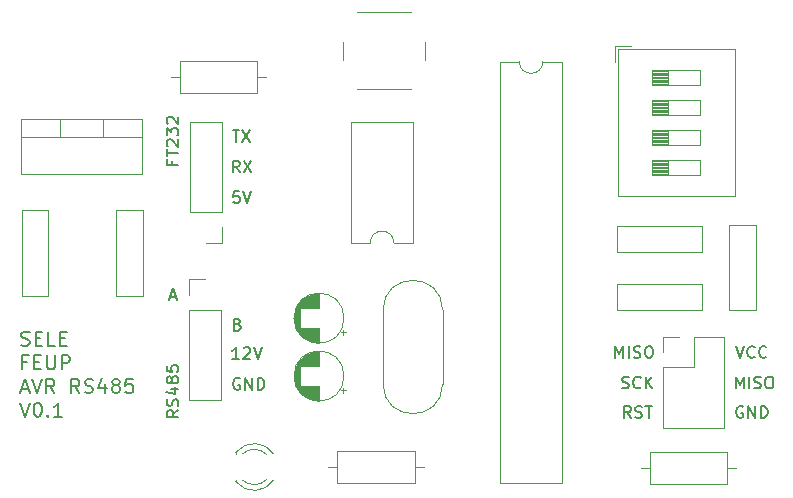
<source format=gbr>
G04 #@! TF.GenerationSoftware,KiCad,Pcbnew,(5.1.4-0-10_14)*
G04 #@! TF.CreationDate,2019-11-17T16:04:33+00:00*
G04 #@! TF.ProjectId,SELE_ACS,53454c45-5f41-4435-932e-6b696361645f,rev?*
G04 #@! TF.SameCoordinates,Original*
G04 #@! TF.FileFunction,Legend,Top*
G04 #@! TF.FilePolarity,Positive*
%FSLAX46Y46*%
G04 Gerber Fmt 4.6, Leading zero omitted, Abs format (unit mm)*
G04 Created by KiCad (PCBNEW (5.1.4-0-10_14)) date 2019-11-17 16:04:33*
%MOMM*%
%LPD*%
G04 APERTURE LIST*
%ADD10C,0.200000*%
%ADD11C,0.120000*%
G04 APERTURE END LIST*
D10*
X132152380Y-101452380D02*
X131819047Y-100976190D01*
X131580952Y-101452380D02*
X131580952Y-100452380D01*
X131961904Y-100452380D01*
X132057142Y-100500000D01*
X132104761Y-100547619D01*
X132152380Y-100642857D01*
X132152380Y-100785714D01*
X132104761Y-100880952D01*
X132057142Y-100928571D01*
X131961904Y-100976190D01*
X131580952Y-100976190D01*
X132533333Y-101404761D02*
X132676190Y-101452380D01*
X132914285Y-101452380D01*
X133009523Y-101404761D01*
X133057142Y-101357142D01*
X133104761Y-101261904D01*
X133104761Y-101166666D01*
X133057142Y-101071428D01*
X133009523Y-101023809D01*
X132914285Y-100976190D01*
X132723809Y-100928571D01*
X132628571Y-100880952D01*
X132580952Y-100833333D01*
X132533333Y-100738095D01*
X132533333Y-100642857D01*
X132580952Y-100547619D01*
X132628571Y-100500000D01*
X132723809Y-100452380D01*
X132961904Y-100452380D01*
X133104761Y-100500000D01*
X133390476Y-100452380D02*
X133961904Y-100452380D01*
X133676190Y-101452380D02*
X133676190Y-100452380D01*
X141638095Y-100500000D02*
X141542857Y-100452380D01*
X141400000Y-100452380D01*
X141257142Y-100500000D01*
X141161904Y-100595238D01*
X141114285Y-100690476D01*
X141066666Y-100880952D01*
X141066666Y-101023809D01*
X141114285Y-101214285D01*
X141161904Y-101309523D01*
X141257142Y-101404761D01*
X141400000Y-101452380D01*
X141495238Y-101452380D01*
X141638095Y-101404761D01*
X141685714Y-101357142D01*
X141685714Y-101023809D01*
X141495238Y-101023809D01*
X142114285Y-101452380D02*
X142114285Y-100452380D01*
X142685714Y-101452380D01*
X142685714Y-100452380D01*
X143161904Y-101452380D02*
X143161904Y-100452380D01*
X143400000Y-100452380D01*
X143542857Y-100500000D01*
X143638095Y-100595238D01*
X143685714Y-100690476D01*
X143733333Y-100880952D01*
X143733333Y-101023809D01*
X143685714Y-101214285D01*
X143638095Y-101309523D01*
X143542857Y-101404761D01*
X143400000Y-101452380D01*
X143161904Y-101452380D01*
X141066666Y-95352380D02*
X141400000Y-96352380D01*
X141733333Y-95352380D01*
X142638095Y-96257142D02*
X142590476Y-96304761D01*
X142447619Y-96352380D01*
X142352380Y-96352380D01*
X142209523Y-96304761D01*
X142114285Y-96209523D01*
X142066666Y-96114285D01*
X142019047Y-95923809D01*
X142019047Y-95780952D01*
X142066666Y-95590476D01*
X142114285Y-95495238D01*
X142209523Y-95400000D01*
X142352380Y-95352380D01*
X142447619Y-95352380D01*
X142590476Y-95400000D01*
X142638095Y-95447619D01*
X143638095Y-96257142D02*
X143590476Y-96304761D01*
X143447619Y-96352380D01*
X143352380Y-96352380D01*
X143209523Y-96304761D01*
X143114285Y-96209523D01*
X143066666Y-96114285D01*
X143019047Y-95923809D01*
X143019047Y-95780952D01*
X143066666Y-95590476D01*
X143114285Y-95495238D01*
X143209523Y-95400000D01*
X143352380Y-95352380D01*
X143447619Y-95352380D01*
X143590476Y-95400000D01*
X143638095Y-95447619D01*
X141028571Y-98952380D02*
X141028571Y-97952380D01*
X141361904Y-98666666D01*
X141695238Y-97952380D01*
X141695238Y-98952380D01*
X142171428Y-98952380D02*
X142171428Y-97952380D01*
X142600000Y-98904761D02*
X142742857Y-98952380D01*
X142980952Y-98952380D01*
X143076190Y-98904761D01*
X143123809Y-98857142D01*
X143171428Y-98761904D01*
X143171428Y-98666666D01*
X143123809Y-98571428D01*
X143076190Y-98523809D01*
X142980952Y-98476190D01*
X142790476Y-98428571D01*
X142695238Y-98380952D01*
X142647619Y-98333333D01*
X142600000Y-98238095D01*
X142600000Y-98142857D01*
X142647619Y-98047619D01*
X142695238Y-98000000D01*
X142790476Y-97952380D01*
X143028571Y-97952380D01*
X143171428Y-98000000D01*
X143790476Y-97952380D02*
X143980952Y-97952380D01*
X144076190Y-98000000D01*
X144171428Y-98095238D01*
X144219047Y-98285714D01*
X144219047Y-98619047D01*
X144171428Y-98809523D01*
X144076190Y-98904761D01*
X143980952Y-98952380D01*
X143790476Y-98952380D01*
X143695238Y-98904761D01*
X143600000Y-98809523D01*
X143552380Y-98619047D01*
X143552380Y-98285714D01*
X143600000Y-98095238D01*
X143695238Y-98000000D01*
X143790476Y-97952380D01*
X131414285Y-98904761D02*
X131557142Y-98952380D01*
X131795238Y-98952380D01*
X131890476Y-98904761D01*
X131938095Y-98857142D01*
X131985714Y-98761904D01*
X131985714Y-98666666D01*
X131938095Y-98571428D01*
X131890476Y-98523809D01*
X131795238Y-98476190D01*
X131604761Y-98428571D01*
X131509523Y-98380952D01*
X131461904Y-98333333D01*
X131414285Y-98238095D01*
X131414285Y-98142857D01*
X131461904Y-98047619D01*
X131509523Y-98000000D01*
X131604761Y-97952380D01*
X131842857Y-97952380D01*
X131985714Y-98000000D01*
X132985714Y-98857142D02*
X132938095Y-98904761D01*
X132795238Y-98952380D01*
X132700000Y-98952380D01*
X132557142Y-98904761D01*
X132461904Y-98809523D01*
X132414285Y-98714285D01*
X132366666Y-98523809D01*
X132366666Y-98380952D01*
X132414285Y-98190476D01*
X132461904Y-98095238D01*
X132557142Y-98000000D01*
X132700000Y-97952380D01*
X132795238Y-97952380D01*
X132938095Y-98000000D01*
X132985714Y-98047619D01*
X133414285Y-98952380D02*
X133414285Y-97952380D01*
X133985714Y-98952380D02*
X133557142Y-98380952D01*
X133985714Y-97952380D02*
X133414285Y-98523809D01*
X130828571Y-96352380D02*
X130828571Y-95352380D01*
X131161904Y-96066666D01*
X131495238Y-95352380D01*
X131495238Y-96352380D01*
X131971428Y-96352380D02*
X131971428Y-95352380D01*
X132400000Y-96304761D02*
X132542857Y-96352380D01*
X132780952Y-96352380D01*
X132876190Y-96304761D01*
X132923809Y-96257142D01*
X132971428Y-96161904D01*
X132971428Y-96066666D01*
X132923809Y-95971428D01*
X132876190Y-95923809D01*
X132780952Y-95876190D01*
X132590476Y-95828571D01*
X132495238Y-95780952D01*
X132447619Y-95733333D01*
X132400000Y-95638095D01*
X132400000Y-95542857D01*
X132447619Y-95447619D01*
X132495238Y-95400000D01*
X132590476Y-95352380D01*
X132828571Y-95352380D01*
X132971428Y-95400000D01*
X133590476Y-95352380D02*
X133780952Y-95352380D01*
X133876190Y-95400000D01*
X133971428Y-95495238D01*
X134019047Y-95685714D01*
X134019047Y-96019047D01*
X133971428Y-96209523D01*
X133876190Y-96304761D01*
X133780952Y-96352380D01*
X133590476Y-96352380D01*
X133495238Y-96304761D01*
X133400000Y-96209523D01*
X133352380Y-96019047D01*
X133352380Y-95685714D01*
X133400000Y-95495238D01*
X133495238Y-95400000D01*
X133590476Y-95352380D01*
X93852380Y-100795238D02*
X93376190Y-101128571D01*
X93852380Y-101366666D02*
X92852380Y-101366666D01*
X92852380Y-100985714D01*
X92900000Y-100890476D01*
X92947619Y-100842857D01*
X93042857Y-100795238D01*
X93185714Y-100795238D01*
X93280952Y-100842857D01*
X93328571Y-100890476D01*
X93376190Y-100985714D01*
X93376190Y-101366666D01*
X93804761Y-100414285D02*
X93852380Y-100271428D01*
X93852380Y-100033333D01*
X93804761Y-99938095D01*
X93757142Y-99890476D01*
X93661904Y-99842857D01*
X93566666Y-99842857D01*
X93471428Y-99890476D01*
X93423809Y-99938095D01*
X93376190Y-100033333D01*
X93328571Y-100223809D01*
X93280952Y-100319047D01*
X93233333Y-100366666D01*
X93138095Y-100414285D01*
X93042857Y-100414285D01*
X92947619Y-100366666D01*
X92900000Y-100319047D01*
X92852380Y-100223809D01*
X92852380Y-99985714D01*
X92900000Y-99842857D01*
X93185714Y-98985714D02*
X93852380Y-98985714D01*
X92804761Y-99223809D02*
X93519047Y-99461904D01*
X93519047Y-98842857D01*
X93280952Y-98319047D02*
X93233333Y-98414285D01*
X93185714Y-98461904D01*
X93090476Y-98509523D01*
X93042857Y-98509523D01*
X92947619Y-98461904D01*
X92900000Y-98414285D01*
X92852380Y-98319047D01*
X92852380Y-98128571D01*
X92900000Y-98033333D01*
X92947619Y-97985714D01*
X93042857Y-97938095D01*
X93090476Y-97938095D01*
X93185714Y-97985714D01*
X93233333Y-98033333D01*
X93280952Y-98128571D01*
X93280952Y-98319047D01*
X93328571Y-98414285D01*
X93376190Y-98461904D01*
X93471428Y-98509523D01*
X93661904Y-98509523D01*
X93757142Y-98461904D01*
X93804761Y-98414285D01*
X93852380Y-98319047D01*
X93852380Y-98128571D01*
X93804761Y-98033333D01*
X93757142Y-97985714D01*
X93661904Y-97938095D01*
X93471428Y-97938095D01*
X93376190Y-97985714D01*
X93328571Y-98033333D01*
X93280952Y-98128571D01*
X92852380Y-97033333D02*
X92852380Y-97509523D01*
X93328571Y-97557142D01*
X93280952Y-97509523D01*
X93233333Y-97414285D01*
X93233333Y-97176190D01*
X93280952Y-97080952D01*
X93328571Y-97033333D01*
X93423809Y-96985714D01*
X93661904Y-96985714D01*
X93757142Y-97033333D01*
X93804761Y-97080952D01*
X93852380Y-97176190D01*
X93852380Y-97414285D01*
X93804761Y-97509523D01*
X93757142Y-97557142D01*
X93328571Y-79666666D02*
X93328571Y-80000000D01*
X93852380Y-80000000D02*
X92852380Y-80000000D01*
X92852380Y-79523809D01*
X92852380Y-79285714D02*
X92852380Y-78714285D01*
X93852380Y-79000000D02*
X92852380Y-79000000D01*
X92947619Y-78428571D02*
X92900000Y-78380952D01*
X92852380Y-78285714D01*
X92852380Y-78047619D01*
X92900000Y-77952380D01*
X92947619Y-77904761D01*
X93042857Y-77857142D01*
X93138095Y-77857142D01*
X93280952Y-77904761D01*
X93852380Y-78476190D01*
X93852380Y-77857142D01*
X92852380Y-77523809D02*
X92852380Y-76904761D01*
X93233333Y-77238095D01*
X93233333Y-77095238D01*
X93280952Y-77000000D01*
X93328571Y-76952380D01*
X93423809Y-76904761D01*
X93661904Y-76904761D01*
X93757142Y-76952380D01*
X93804761Y-77000000D01*
X93852380Y-77095238D01*
X93852380Y-77380952D01*
X93804761Y-77476190D01*
X93757142Y-77523809D01*
X92947619Y-76523809D02*
X92900000Y-76476190D01*
X92852380Y-76380952D01*
X92852380Y-76142857D01*
X92900000Y-76047619D01*
X92947619Y-76000000D01*
X93042857Y-75952380D01*
X93138095Y-75952380D01*
X93280952Y-76000000D01*
X93852380Y-76571428D01*
X93852380Y-75952380D01*
X99009523Y-82252380D02*
X98533333Y-82252380D01*
X98485714Y-82728571D01*
X98533333Y-82680952D01*
X98628571Y-82633333D01*
X98866666Y-82633333D01*
X98961904Y-82680952D01*
X99009523Y-82728571D01*
X99057142Y-82823809D01*
X99057142Y-83061904D01*
X99009523Y-83157142D01*
X98961904Y-83204761D01*
X98866666Y-83252380D01*
X98628571Y-83252380D01*
X98533333Y-83204761D01*
X98485714Y-83157142D01*
X99342857Y-82252380D02*
X99676190Y-83252380D01*
X100009523Y-82252380D01*
X99033333Y-80652380D02*
X98700000Y-80176190D01*
X98461904Y-80652380D02*
X98461904Y-79652380D01*
X98842857Y-79652380D01*
X98938095Y-79700000D01*
X98985714Y-79747619D01*
X99033333Y-79842857D01*
X99033333Y-79985714D01*
X98985714Y-80080952D01*
X98938095Y-80128571D01*
X98842857Y-80176190D01*
X98461904Y-80176190D01*
X99366666Y-79652380D02*
X100033333Y-80652380D01*
X100033333Y-79652380D02*
X99366666Y-80652380D01*
X98438095Y-77052380D02*
X99009523Y-77052380D01*
X98723809Y-78052380D02*
X98723809Y-77052380D01*
X99247619Y-77052380D02*
X99914285Y-78052380D01*
X99914285Y-77052380D02*
X99247619Y-78052380D01*
X99038095Y-98100000D02*
X98942857Y-98052380D01*
X98800000Y-98052380D01*
X98657142Y-98100000D01*
X98561904Y-98195238D01*
X98514285Y-98290476D01*
X98466666Y-98480952D01*
X98466666Y-98623809D01*
X98514285Y-98814285D01*
X98561904Y-98909523D01*
X98657142Y-99004761D01*
X98800000Y-99052380D01*
X98895238Y-99052380D01*
X99038095Y-99004761D01*
X99085714Y-98957142D01*
X99085714Y-98623809D01*
X98895238Y-98623809D01*
X99514285Y-99052380D02*
X99514285Y-98052380D01*
X100085714Y-99052380D01*
X100085714Y-98052380D01*
X100561904Y-99052380D02*
X100561904Y-98052380D01*
X100800000Y-98052380D01*
X100942857Y-98100000D01*
X101038095Y-98195238D01*
X101085714Y-98290476D01*
X101133333Y-98480952D01*
X101133333Y-98623809D01*
X101085714Y-98814285D01*
X101038095Y-98909523D01*
X100942857Y-99004761D01*
X100800000Y-99052380D01*
X100561904Y-99052380D01*
X98980952Y-96452380D02*
X98409523Y-96452380D01*
X98695238Y-96452380D02*
X98695238Y-95452380D01*
X98600000Y-95595238D01*
X98504761Y-95690476D01*
X98409523Y-95738095D01*
X99361904Y-95547619D02*
X99409523Y-95500000D01*
X99504761Y-95452380D01*
X99742857Y-95452380D01*
X99838095Y-95500000D01*
X99885714Y-95547619D01*
X99933333Y-95642857D01*
X99933333Y-95738095D01*
X99885714Y-95880952D01*
X99314285Y-96452380D01*
X99933333Y-96452380D01*
X100219047Y-95452380D02*
X100552380Y-96452380D01*
X100885714Y-95452380D01*
X98871428Y-93528571D02*
X99014285Y-93576190D01*
X99061904Y-93623809D01*
X99109523Y-93719047D01*
X99109523Y-93861904D01*
X99061904Y-93957142D01*
X99014285Y-94004761D01*
X98919047Y-94052380D01*
X98538095Y-94052380D01*
X98538095Y-93052380D01*
X98871428Y-93052380D01*
X98966666Y-93100000D01*
X99014285Y-93147619D01*
X99061904Y-93242857D01*
X99061904Y-93338095D01*
X99014285Y-93433333D01*
X98966666Y-93480952D01*
X98871428Y-93528571D01*
X98538095Y-93528571D01*
X93161904Y-91166666D02*
X93638095Y-91166666D01*
X93066666Y-91452380D02*
X93400000Y-90452380D01*
X93733333Y-91452380D01*
X80558571Y-95285714D02*
X80730000Y-95342857D01*
X81015714Y-95342857D01*
X81130000Y-95285714D01*
X81187142Y-95228571D01*
X81244285Y-95114285D01*
X81244285Y-95000000D01*
X81187142Y-94885714D01*
X81130000Y-94828571D01*
X81015714Y-94771428D01*
X80787142Y-94714285D01*
X80672857Y-94657142D01*
X80615714Y-94600000D01*
X80558571Y-94485714D01*
X80558571Y-94371428D01*
X80615714Y-94257142D01*
X80672857Y-94200000D01*
X80787142Y-94142857D01*
X81072857Y-94142857D01*
X81244285Y-94200000D01*
X81758571Y-94714285D02*
X82158571Y-94714285D01*
X82330000Y-95342857D02*
X81758571Y-95342857D01*
X81758571Y-94142857D01*
X82330000Y-94142857D01*
X83415714Y-95342857D02*
X82844285Y-95342857D01*
X82844285Y-94142857D01*
X83815714Y-94714285D02*
X84215714Y-94714285D01*
X84387142Y-95342857D02*
X83815714Y-95342857D01*
X83815714Y-94142857D01*
X84387142Y-94142857D01*
X81015714Y-96714285D02*
X80615714Y-96714285D01*
X80615714Y-97342857D02*
X80615714Y-96142857D01*
X81187142Y-96142857D01*
X81644285Y-96714285D02*
X82044285Y-96714285D01*
X82215714Y-97342857D02*
X81644285Y-97342857D01*
X81644285Y-96142857D01*
X82215714Y-96142857D01*
X82730000Y-96142857D02*
X82730000Y-97114285D01*
X82787142Y-97228571D01*
X82844285Y-97285714D01*
X82958571Y-97342857D01*
X83187142Y-97342857D01*
X83301428Y-97285714D01*
X83358571Y-97228571D01*
X83415714Y-97114285D01*
X83415714Y-96142857D01*
X83987142Y-97342857D02*
X83987142Y-96142857D01*
X84444285Y-96142857D01*
X84558571Y-96200000D01*
X84615714Y-96257142D01*
X84672857Y-96371428D01*
X84672857Y-96542857D01*
X84615714Y-96657142D01*
X84558571Y-96714285D01*
X84444285Y-96771428D01*
X83987142Y-96771428D01*
X80558571Y-99000000D02*
X81130000Y-99000000D01*
X80444285Y-99342857D02*
X80844285Y-98142857D01*
X81244285Y-99342857D01*
X81472857Y-98142857D02*
X81872857Y-99342857D01*
X82272857Y-98142857D01*
X83358571Y-99342857D02*
X82958571Y-98771428D01*
X82672857Y-99342857D02*
X82672857Y-98142857D01*
X83130000Y-98142857D01*
X83244285Y-98200000D01*
X83301428Y-98257142D01*
X83358571Y-98371428D01*
X83358571Y-98542857D01*
X83301428Y-98657142D01*
X83244285Y-98714285D01*
X83130000Y-98771428D01*
X82672857Y-98771428D01*
X85472857Y-99342857D02*
X85072857Y-98771428D01*
X84787142Y-99342857D02*
X84787142Y-98142857D01*
X85244285Y-98142857D01*
X85358571Y-98200000D01*
X85415714Y-98257142D01*
X85472857Y-98371428D01*
X85472857Y-98542857D01*
X85415714Y-98657142D01*
X85358571Y-98714285D01*
X85244285Y-98771428D01*
X84787142Y-98771428D01*
X85930000Y-99285714D02*
X86101428Y-99342857D01*
X86387142Y-99342857D01*
X86501428Y-99285714D01*
X86558571Y-99228571D01*
X86615714Y-99114285D01*
X86615714Y-99000000D01*
X86558571Y-98885714D01*
X86501428Y-98828571D01*
X86387142Y-98771428D01*
X86158571Y-98714285D01*
X86044285Y-98657142D01*
X85987142Y-98600000D01*
X85930000Y-98485714D01*
X85930000Y-98371428D01*
X85987142Y-98257142D01*
X86044285Y-98200000D01*
X86158571Y-98142857D01*
X86444285Y-98142857D01*
X86615714Y-98200000D01*
X87644285Y-98542857D02*
X87644285Y-99342857D01*
X87358571Y-98085714D02*
X87072857Y-98942857D01*
X87815714Y-98942857D01*
X88444285Y-98657142D02*
X88330000Y-98600000D01*
X88272857Y-98542857D01*
X88215714Y-98428571D01*
X88215714Y-98371428D01*
X88272857Y-98257142D01*
X88330000Y-98200000D01*
X88444285Y-98142857D01*
X88672857Y-98142857D01*
X88787142Y-98200000D01*
X88844285Y-98257142D01*
X88901428Y-98371428D01*
X88901428Y-98428571D01*
X88844285Y-98542857D01*
X88787142Y-98600000D01*
X88672857Y-98657142D01*
X88444285Y-98657142D01*
X88330000Y-98714285D01*
X88272857Y-98771428D01*
X88215714Y-98885714D01*
X88215714Y-99114285D01*
X88272857Y-99228571D01*
X88330000Y-99285714D01*
X88444285Y-99342857D01*
X88672857Y-99342857D01*
X88787142Y-99285714D01*
X88844285Y-99228571D01*
X88901428Y-99114285D01*
X88901428Y-98885714D01*
X88844285Y-98771428D01*
X88787142Y-98714285D01*
X88672857Y-98657142D01*
X89987142Y-98142857D02*
X89415714Y-98142857D01*
X89358571Y-98714285D01*
X89415714Y-98657142D01*
X89530000Y-98600000D01*
X89815714Y-98600000D01*
X89930000Y-98657142D01*
X89987142Y-98714285D01*
X90044285Y-98828571D01*
X90044285Y-99114285D01*
X89987142Y-99228571D01*
X89930000Y-99285714D01*
X89815714Y-99342857D01*
X89530000Y-99342857D01*
X89415714Y-99285714D01*
X89358571Y-99228571D01*
X80444285Y-100142857D02*
X80844285Y-101342857D01*
X81244285Y-100142857D01*
X81872857Y-100142857D02*
X81987142Y-100142857D01*
X82101428Y-100200000D01*
X82158571Y-100257142D01*
X82215714Y-100371428D01*
X82272857Y-100600000D01*
X82272857Y-100885714D01*
X82215714Y-101114285D01*
X82158571Y-101228571D01*
X82101428Y-101285714D01*
X81987142Y-101342857D01*
X81872857Y-101342857D01*
X81758571Y-101285714D01*
X81701428Y-101228571D01*
X81644285Y-101114285D01*
X81587142Y-100885714D01*
X81587142Y-100600000D01*
X81644285Y-100371428D01*
X81701428Y-100257142D01*
X81758571Y-100200000D01*
X81872857Y-100142857D01*
X82787142Y-101228571D02*
X82844285Y-101285714D01*
X82787142Y-101342857D01*
X82730000Y-101285714D01*
X82787142Y-101228571D01*
X82787142Y-101342857D01*
X83987142Y-101342857D02*
X83301428Y-101342857D01*
X83644285Y-101342857D02*
X83644285Y-100142857D01*
X83530000Y-100314285D01*
X83415714Y-100428571D01*
X83301428Y-100485714D01*
D11*
X97530000Y-86630000D02*
X96200000Y-86630000D01*
X97530000Y-85300000D02*
X97530000Y-86630000D01*
X94870000Y-84030000D02*
X97530000Y-84030000D01*
X94870000Y-76350000D02*
X94870000Y-84030000D01*
X97530000Y-76350000D02*
X94870000Y-76350000D01*
X97530000Y-84030000D02*
X97530000Y-76350000D01*
X93180000Y-72600000D02*
X93950000Y-72600000D01*
X101260000Y-72600000D02*
X100490000Y-72600000D01*
X93950000Y-73970000D02*
X100490000Y-73970000D01*
X93950000Y-71230000D02*
X93950000Y-73970000D01*
X100490000Y-71230000D02*
X93950000Y-71230000D01*
X100490000Y-73970000D02*
X100490000Y-71230000D01*
X126360000Y-71270000D02*
X124710000Y-71270000D01*
X126360000Y-106950000D02*
X126360000Y-71270000D01*
X121060000Y-106950000D02*
X126360000Y-106950000D01*
X121060000Y-71270000D02*
X121060000Y-106950000D01*
X122710000Y-71270000D02*
X121060000Y-71270000D01*
X124710000Y-71270000D02*
G75*
G02X122710000Y-71270000I-1000000J0D01*
G01*
X132980000Y-105700000D02*
X133750000Y-105700000D01*
X141060000Y-105700000D02*
X140290000Y-105700000D01*
X133750000Y-107070000D02*
X140290000Y-107070000D01*
X133750000Y-104330000D02*
X133750000Y-107070000D01*
X140290000Y-104330000D02*
X133750000Y-104330000D01*
X140290000Y-107070000D02*
X140290000Y-104330000D01*
X114620000Y-105600000D02*
X113850000Y-105600000D01*
X106540000Y-105600000D02*
X107310000Y-105600000D01*
X113850000Y-104230000D02*
X107310000Y-104230000D01*
X113850000Y-106970000D02*
X113850000Y-104230000D01*
X107310000Y-106970000D02*
X113850000Y-106970000D01*
X107310000Y-104230000D02*
X107310000Y-106970000D01*
X94770000Y-89670000D02*
X96100000Y-89670000D01*
X94770000Y-91000000D02*
X94770000Y-89670000D01*
X94770000Y-92270000D02*
X97430000Y-92270000D01*
X97430000Y-92270000D02*
X97430000Y-99950000D01*
X94770000Y-92270000D02*
X94770000Y-99950000D01*
X94770000Y-99950000D02*
X97430000Y-99950000D01*
X134870000Y-94570000D02*
X136200000Y-94570000D01*
X134870000Y-95900000D02*
X134870000Y-94570000D01*
X137470000Y-94570000D02*
X140070000Y-94570000D01*
X137470000Y-97170000D02*
X137470000Y-94570000D01*
X134870000Y-97170000D02*
X137470000Y-97170000D01*
X140070000Y-94570000D02*
X140070000Y-102310000D01*
X134870000Y-97170000D02*
X134870000Y-102310000D01*
X134870000Y-102310000D02*
X140070000Y-102310000D01*
X98710000Y-106680000D02*
X98710000Y-106836000D01*
X98710000Y-104364000D02*
X98710000Y-104520000D01*
X101311130Y-106679837D02*
G75*
G02X99229039Y-106680000I-1041130J1079837D01*
G01*
X101311130Y-104520163D02*
G75*
G03X99229039Y-104520000I-1041130J-1079837D01*
G01*
X101942335Y-106678608D02*
G75*
G02X98710000Y-106835516I-1672335J1078608D01*
G01*
X101942335Y-104521392D02*
G75*
G03X98710000Y-104364484I-1672335J-1078608D01*
G01*
X90820000Y-91120000D02*
X88580000Y-91120000D01*
X90820000Y-83880000D02*
X88580000Y-83880000D01*
X88580000Y-83880000D02*
X88580000Y-91120000D01*
X90820000Y-83880000D02*
X90820000Y-91120000D01*
X82820000Y-91120000D02*
X80580000Y-91120000D01*
X82820000Y-83880000D02*
X80580000Y-83880000D01*
X80580000Y-83880000D02*
X80580000Y-91120000D01*
X82820000Y-83880000D02*
X82820000Y-91120000D01*
X142720000Y-92320000D02*
X140480000Y-92320000D01*
X142720000Y-85080000D02*
X140480000Y-85080000D01*
X140480000Y-85080000D02*
X140480000Y-92320000D01*
X142720000Y-85080000D02*
X142720000Y-92320000D01*
X138220000Y-90080000D02*
X138220000Y-92320000D01*
X130980000Y-90080000D02*
X130980000Y-92320000D01*
X130980000Y-92320000D02*
X138220000Y-92320000D01*
X130980000Y-90080000D02*
X138220000Y-90080000D01*
X138220000Y-85180000D02*
X138220000Y-87420000D01*
X130980000Y-85180000D02*
X130980000Y-87420000D01*
X130980000Y-87420000D02*
X138220000Y-87420000D01*
X130980000Y-85180000D02*
X138220000Y-85180000D01*
X107819801Y-99295000D02*
X107819801Y-98895000D01*
X108019801Y-99095000D02*
X107619801Y-99095000D01*
X103669000Y-98270000D02*
X103669000Y-97530000D01*
X103709000Y-98437000D02*
X103709000Y-97363000D01*
X103749000Y-98564000D02*
X103749000Y-97236000D01*
X103789000Y-98668000D02*
X103789000Y-97132000D01*
X103829000Y-98759000D02*
X103829000Y-97041000D01*
X103869000Y-98840000D02*
X103869000Y-96960000D01*
X103909000Y-98913000D02*
X103909000Y-96887000D01*
X103949000Y-98980000D02*
X103949000Y-96820000D01*
X103989000Y-99042000D02*
X103989000Y-96758000D01*
X104029000Y-99100000D02*
X104029000Y-96700000D01*
X104069000Y-99154000D02*
X104069000Y-96646000D01*
X104109000Y-99204000D02*
X104109000Y-96596000D01*
X104149000Y-99251000D02*
X104149000Y-96549000D01*
X104189000Y-97060000D02*
X104189000Y-96504000D01*
X104189000Y-99296000D02*
X104189000Y-98740000D01*
X104229000Y-97060000D02*
X104229000Y-96462000D01*
X104229000Y-99338000D02*
X104229000Y-98740000D01*
X104269000Y-97060000D02*
X104269000Y-96422000D01*
X104269000Y-99378000D02*
X104269000Y-98740000D01*
X104309000Y-97060000D02*
X104309000Y-96384000D01*
X104309000Y-99416000D02*
X104309000Y-98740000D01*
X104349000Y-97060000D02*
X104349000Y-96348000D01*
X104349000Y-99452000D02*
X104349000Y-98740000D01*
X104389000Y-97060000D02*
X104389000Y-96313000D01*
X104389000Y-99487000D02*
X104389000Y-98740000D01*
X104429000Y-97060000D02*
X104429000Y-96281000D01*
X104429000Y-99519000D02*
X104429000Y-98740000D01*
X104469000Y-97060000D02*
X104469000Y-96250000D01*
X104469000Y-99550000D02*
X104469000Y-98740000D01*
X104509000Y-97060000D02*
X104509000Y-96220000D01*
X104509000Y-99580000D02*
X104509000Y-98740000D01*
X104549000Y-97060000D02*
X104549000Y-96192000D01*
X104549000Y-99608000D02*
X104549000Y-98740000D01*
X104589000Y-97060000D02*
X104589000Y-96165000D01*
X104589000Y-99635000D02*
X104589000Y-98740000D01*
X104629000Y-97060000D02*
X104629000Y-96140000D01*
X104629000Y-99660000D02*
X104629000Y-98740000D01*
X104669000Y-97060000D02*
X104669000Y-96115000D01*
X104669000Y-99685000D02*
X104669000Y-98740000D01*
X104709000Y-97060000D02*
X104709000Y-96092000D01*
X104709000Y-99708000D02*
X104709000Y-98740000D01*
X104749000Y-97060000D02*
X104749000Y-96070000D01*
X104749000Y-99730000D02*
X104749000Y-98740000D01*
X104789000Y-97060000D02*
X104789000Y-96049000D01*
X104789000Y-99751000D02*
X104789000Y-98740000D01*
X104829000Y-97060000D02*
X104829000Y-96030000D01*
X104829000Y-99770000D02*
X104829000Y-98740000D01*
X104869000Y-97060000D02*
X104869000Y-96011000D01*
X104869000Y-99789000D02*
X104869000Y-98740000D01*
X104909000Y-97060000D02*
X104909000Y-95993000D01*
X104909000Y-99807000D02*
X104909000Y-98740000D01*
X104949000Y-97060000D02*
X104949000Y-95976000D01*
X104949000Y-99824000D02*
X104949000Y-98740000D01*
X104989000Y-97060000D02*
X104989000Y-95960000D01*
X104989000Y-99840000D02*
X104989000Y-98740000D01*
X105029000Y-97060000D02*
X105029000Y-95946000D01*
X105029000Y-99854000D02*
X105029000Y-98740000D01*
X105070000Y-97060000D02*
X105070000Y-95932000D01*
X105070000Y-99868000D02*
X105070000Y-98740000D01*
X105110000Y-97060000D02*
X105110000Y-95918000D01*
X105110000Y-99882000D02*
X105110000Y-98740000D01*
X105150000Y-97060000D02*
X105150000Y-95906000D01*
X105150000Y-99894000D02*
X105150000Y-98740000D01*
X105190000Y-97060000D02*
X105190000Y-95895000D01*
X105190000Y-99905000D02*
X105190000Y-98740000D01*
X105230000Y-97060000D02*
X105230000Y-95884000D01*
X105230000Y-99916000D02*
X105230000Y-98740000D01*
X105270000Y-97060000D02*
X105270000Y-95875000D01*
X105270000Y-99925000D02*
X105270000Y-98740000D01*
X105310000Y-97060000D02*
X105310000Y-95866000D01*
X105310000Y-99934000D02*
X105310000Y-98740000D01*
X105350000Y-97060000D02*
X105350000Y-95858000D01*
X105350000Y-99942000D02*
X105350000Y-98740000D01*
X105390000Y-97060000D02*
X105390000Y-95850000D01*
X105390000Y-99950000D02*
X105390000Y-98740000D01*
X105430000Y-97060000D02*
X105430000Y-95844000D01*
X105430000Y-99956000D02*
X105430000Y-98740000D01*
X105470000Y-97060000D02*
X105470000Y-95838000D01*
X105470000Y-99962000D02*
X105470000Y-98740000D01*
X105510000Y-97060000D02*
X105510000Y-95833000D01*
X105510000Y-99967000D02*
X105510000Y-98740000D01*
X105550000Y-97060000D02*
X105550000Y-95829000D01*
X105550000Y-99971000D02*
X105550000Y-98740000D01*
X105590000Y-97060000D02*
X105590000Y-95826000D01*
X105590000Y-99974000D02*
X105590000Y-98740000D01*
X105630000Y-97060000D02*
X105630000Y-95823000D01*
X105630000Y-99977000D02*
X105630000Y-98740000D01*
X105670000Y-99979000D02*
X105670000Y-98740000D01*
X105670000Y-97060000D02*
X105670000Y-95821000D01*
X105710000Y-99980000D02*
X105710000Y-98740000D01*
X105710000Y-97060000D02*
X105710000Y-95820000D01*
X105750000Y-99980000D02*
X105750000Y-98740000D01*
X105750000Y-97060000D02*
X105750000Y-95820000D01*
X107870000Y-97900000D02*
G75*
G03X107870000Y-97900000I-2120000J0D01*
G01*
X107819801Y-94395000D02*
X107819801Y-93995000D01*
X108019801Y-94195000D02*
X107619801Y-94195000D01*
X103669000Y-93370000D02*
X103669000Y-92630000D01*
X103709000Y-93537000D02*
X103709000Y-92463000D01*
X103749000Y-93664000D02*
X103749000Y-92336000D01*
X103789000Y-93768000D02*
X103789000Y-92232000D01*
X103829000Y-93859000D02*
X103829000Y-92141000D01*
X103869000Y-93940000D02*
X103869000Y-92060000D01*
X103909000Y-94013000D02*
X103909000Y-91987000D01*
X103949000Y-94080000D02*
X103949000Y-91920000D01*
X103989000Y-94142000D02*
X103989000Y-91858000D01*
X104029000Y-94200000D02*
X104029000Y-91800000D01*
X104069000Y-94254000D02*
X104069000Y-91746000D01*
X104109000Y-94304000D02*
X104109000Y-91696000D01*
X104149000Y-94351000D02*
X104149000Y-91649000D01*
X104189000Y-92160000D02*
X104189000Y-91604000D01*
X104189000Y-94396000D02*
X104189000Y-93840000D01*
X104229000Y-92160000D02*
X104229000Y-91562000D01*
X104229000Y-94438000D02*
X104229000Y-93840000D01*
X104269000Y-92160000D02*
X104269000Y-91522000D01*
X104269000Y-94478000D02*
X104269000Y-93840000D01*
X104309000Y-92160000D02*
X104309000Y-91484000D01*
X104309000Y-94516000D02*
X104309000Y-93840000D01*
X104349000Y-92160000D02*
X104349000Y-91448000D01*
X104349000Y-94552000D02*
X104349000Y-93840000D01*
X104389000Y-92160000D02*
X104389000Y-91413000D01*
X104389000Y-94587000D02*
X104389000Y-93840000D01*
X104429000Y-92160000D02*
X104429000Y-91381000D01*
X104429000Y-94619000D02*
X104429000Y-93840000D01*
X104469000Y-92160000D02*
X104469000Y-91350000D01*
X104469000Y-94650000D02*
X104469000Y-93840000D01*
X104509000Y-92160000D02*
X104509000Y-91320000D01*
X104509000Y-94680000D02*
X104509000Y-93840000D01*
X104549000Y-92160000D02*
X104549000Y-91292000D01*
X104549000Y-94708000D02*
X104549000Y-93840000D01*
X104589000Y-92160000D02*
X104589000Y-91265000D01*
X104589000Y-94735000D02*
X104589000Y-93840000D01*
X104629000Y-92160000D02*
X104629000Y-91240000D01*
X104629000Y-94760000D02*
X104629000Y-93840000D01*
X104669000Y-92160000D02*
X104669000Y-91215000D01*
X104669000Y-94785000D02*
X104669000Y-93840000D01*
X104709000Y-92160000D02*
X104709000Y-91192000D01*
X104709000Y-94808000D02*
X104709000Y-93840000D01*
X104749000Y-92160000D02*
X104749000Y-91170000D01*
X104749000Y-94830000D02*
X104749000Y-93840000D01*
X104789000Y-92160000D02*
X104789000Y-91149000D01*
X104789000Y-94851000D02*
X104789000Y-93840000D01*
X104829000Y-92160000D02*
X104829000Y-91130000D01*
X104829000Y-94870000D02*
X104829000Y-93840000D01*
X104869000Y-92160000D02*
X104869000Y-91111000D01*
X104869000Y-94889000D02*
X104869000Y-93840000D01*
X104909000Y-92160000D02*
X104909000Y-91093000D01*
X104909000Y-94907000D02*
X104909000Y-93840000D01*
X104949000Y-92160000D02*
X104949000Y-91076000D01*
X104949000Y-94924000D02*
X104949000Y-93840000D01*
X104989000Y-92160000D02*
X104989000Y-91060000D01*
X104989000Y-94940000D02*
X104989000Y-93840000D01*
X105029000Y-92160000D02*
X105029000Y-91046000D01*
X105029000Y-94954000D02*
X105029000Y-93840000D01*
X105070000Y-92160000D02*
X105070000Y-91032000D01*
X105070000Y-94968000D02*
X105070000Y-93840000D01*
X105110000Y-92160000D02*
X105110000Y-91018000D01*
X105110000Y-94982000D02*
X105110000Y-93840000D01*
X105150000Y-92160000D02*
X105150000Y-91006000D01*
X105150000Y-94994000D02*
X105150000Y-93840000D01*
X105190000Y-92160000D02*
X105190000Y-90995000D01*
X105190000Y-95005000D02*
X105190000Y-93840000D01*
X105230000Y-92160000D02*
X105230000Y-90984000D01*
X105230000Y-95016000D02*
X105230000Y-93840000D01*
X105270000Y-92160000D02*
X105270000Y-90975000D01*
X105270000Y-95025000D02*
X105270000Y-93840000D01*
X105310000Y-92160000D02*
X105310000Y-90966000D01*
X105310000Y-95034000D02*
X105310000Y-93840000D01*
X105350000Y-92160000D02*
X105350000Y-90958000D01*
X105350000Y-95042000D02*
X105350000Y-93840000D01*
X105390000Y-92160000D02*
X105390000Y-90950000D01*
X105390000Y-95050000D02*
X105390000Y-93840000D01*
X105430000Y-92160000D02*
X105430000Y-90944000D01*
X105430000Y-95056000D02*
X105430000Y-93840000D01*
X105470000Y-92160000D02*
X105470000Y-90938000D01*
X105470000Y-95062000D02*
X105470000Y-93840000D01*
X105510000Y-92160000D02*
X105510000Y-90933000D01*
X105510000Y-95067000D02*
X105510000Y-93840000D01*
X105550000Y-92160000D02*
X105550000Y-90929000D01*
X105550000Y-95071000D02*
X105550000Y-93840000D01*
X105590000Y-92160000D02*
X105590000Y-90926000D01*
X105590000Y-95074000D02*
X105590000Y-93840000D01*
X105630000Y-92160000D02*
X105630000Y-90923000D01*
X105630000Y-95077000D02*
X105630000Y-93840000D01*
X105670000Y-95079000D02*
X105670000Y-93840000D01*
X105670000Y-92160000D02*
X105670000Y-90921000D01*
X105710000Y-95080000D02*
X105710000Y-93840000D01*
X105710000Y-92160000D02*
X105710000Y-90920000D01*
X105750000Y-95080000D02*
X105750000Y-93840000D01*
X105750000Y-92160000D02*
X105750000Y-90920000D01*
X107870000Y-93000000D02*
G75*
G03X107870000Y-93000000I-2120000J0D01*
G01*
X111175000Y-98565000D02*
G75*
G03X116225000Y-98565000I2525000J0D01*
G01*
X111175000Y-92315000D02*
G75*
G02X116225000Y-92315000I2525000J0D01*
G01*
X111175000Y-92315000D02*
X111175000Y-98565000D01*
X116225000Y-92315000D02*
X116225000Y-98565000D01*
X87491000Y-76130000D02*
X87491000Y-77640000D01*
X83790000Y-76130000D02*
X83790000Y-77640000D01*
X80520000Y-77640000D02*
X90760000Y-77640000D01*
X90760000Y-76130000D02*
X90760000Y-80771000D01*
X80520000Y-76130000D02*
X80520000Y-80771000D01*
X80520000Y-80771000D02*
X90760000Y-80771000D01*
X80520000Y-76130000D02*
X90760000Y-76130000D01*
X108440000Y-86630000D02*
X110090000Y-86630000D01*
X108440000Y-76350000D02*
X108440000Y-86630000D01*
X113740000Y-76350000D02*
X108440000Y-76350000D01*
X113740000Y-86630000D02*
X113740000Y-76350000D01*
X112090000Y-86630000D02*
X113740000Y-86630000D01*
X110090000Y-86630000D02*
G75*
G02X112090000Y-86630000I1000000J0D01*
G01*
X135333333Y-79585000D02*
X135333333Y-80855000D01*
X133980000Y-80785000D02*
X135333333Y-80785000D01*
X133980000Y-80665000D02*
X135333333Y-80665000D01*
X133980000Y-80545000D02*
X135333333Y-80545000D01*
X133980000Y-80425000D02*
X135333333Y-80425000D01*
X133980000Y-80305000D02*
X135333333Y-80305000D01*
X133980000Y-80185000D02*
X135333333Y-80185000D01*
X133980000Y-80065000D02*
X135333333Y-80065000D01*
X133980000Y-79945000D02*
X135333333Y-79945000D01*
X133980000Y-79825000D02*
X135333333Y-79825000D01*
X133980000Y-79705000D02*
X135333333Y-79705000D01*
X138040000Y-79585000D02*
X133980000Y-79585000D01*
X138040000Y-80855000D02*
X138040000Y-79585000D01*
X133980000Y-80855000D02*
X138040000Y-80855000D01*
X133980000Y-79585000D02*
X133980000Y-80855000D01*
X135333333Y-77045000D02*
X135333333Y-78315000D01*
X133980000Y-78245000D02*
X135333333Y-78245000D01*
X133980000Y-78125000D02*
X135333333Y-78125000D01*
X133980000Y-78005000D02*
X135333333Y-78005000D01*
X133980000Y-77885000D02*
X135333333Y-77885000D01*
X133980000Y-77765000D02*
X135333333Y-77765000D01*
X133980000Y-77645000D02*
X135333333Y-77645000D01*
X133980000Y-77525000D02*
X135333333Y-77525000D01*
X133980000Y-77405000D02*
X135333333Y-77405000D01*
X133980000Y-77285000D02*
X135333333Y-77285000D01*
X133980000Y-77165000D02*
X135333333Y-77165000D01*
X138040000Y-77045000D02*
X133980000Y-77045000D01*
X138040000Y-78315000D02*
X138040000Y-77045000D01*
X133980000Y-78315000D02*
X138040000Y-78315000D01*
X133980000Y-77045000D02*
X133980000Y-78315000D01*
X135333333Y-74505000D02*
X135333333Y-75775000D01*
X133980000Y-75705000D02*
X135333333Y-75705000D01*
X133980000Y-75585000D02*
X135333333Y-75585000D01*
X133980000Y-75465000D02*
X135333333Y-75465000D01*
X133980000Y-75345000D02*
X135333333Y-75345000D01*
X133980000Y-75225000D02*
X135333333Y-75225000D01*
X133980000Y-75105000D02*
X135333333Y-75105000D01*
X133980000Y-74985000D02*
X135333333Y-74985000D01*
X133980000Y-74865000D02*
X135333333Y-74865000D01*
X133980000Y-74745000D02*
X135333333Y-74745000D01*
X133980000Y-74625000D02*
X135333333Y-74625000D01*
X138040000Y-74505000D02*
X133980000Y-74505000D01*
X138040000Y-75775000D02*
X138040000Y-74505000D01*
X133980000Y-75775000D02*
X138040000Y-75775000D01*
X133980000Y-74505000D02*
X133980000Y-75775000D01*
X135333333Y-71965000D02*
X135333333Y-73235000D01*
X133980000Y-73165000D02*
X135333333Y-73165000D01*
X133980000Y-73045000D02*
X135333333Y-73045000D01*
X133980000Y-72925000D02*
X135333333Y-72925000D01*
X133980000Y-72805000D02*
X135333333Y-72805000D01*
X133980000Y-72685000D02*
X135333333Y-72685000D01*
X133980000Y-72565000D02*
X135333333Y-72565000D01*
X133980000Y-72445000D02*
X135333333Y-72445000D01*
X133980000Y-72325000D02*
X135333333Y-72325000D01*
X133980000Y-72205000D02*
X135333333Y-72205000D01*
X133980000Y-72085000D02*
X135333333Y-72085000D01*
X138040000Y-71965000D02*
X133980000Y-71965000D01*
X138040000Y-73235000D02*
X138040000Y-71965000D01*
X133980000Y-73235000D02*
X138040000Y-73235000D01*
X133980000Y-71965000D02*
X133980000Y-73235000D01*
X130820000Y-69940000D02*
X130820000Y-71323000D01*
X130820000Y-69940000D02*
X132204000Y-69940000D01*
X140960000Y-70180000D02*
X140960000Y-82640000D01*
X131060000Y-70180000D02*
X131060000Y-82640000D01*
X131060000Y-82640000D02*
X140960000Y-82640000D01*
X131060000Y-70180000D02*
X140960000Y-70180000D01*
X107750000Y-69600000D02*
X107750000Y-71100000D01*
X109000000Y-73600000D02*
X113500000Y-73600000D01*
X114750000Y-71100000D02*
X114750000Y-69600000D01*
X113500000Y-67100000D02*
X109000000Y-67100000D01*
M02*

</source>
